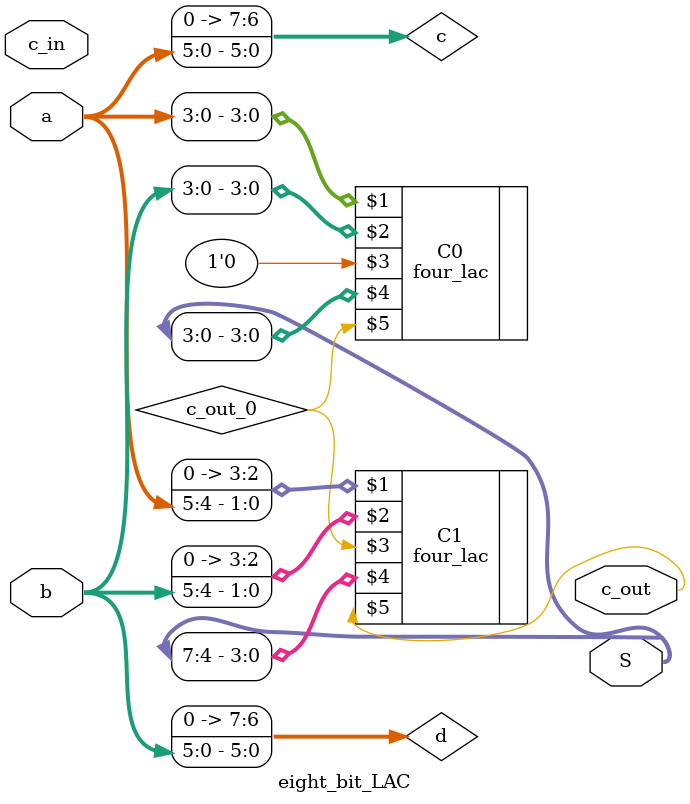
<source format=v>
`timescale 1ns / 1ps
module eight_bit_LAC(a,b,c_in,S,c_out);
input [5:0] a,b;
input c_in;
output [7:0] S;
output c_out;
wire c_out_0;
wire [7:0] c,d;
assign c[5:0] = a[5:0];
assign d[5:0] = b[5:0];
assign c[7:6] = 2'b00;
assign d[7:6] = 2'b00;
four_lac C0(c[3:0],d[3:0],1'b0,S[3:0],c_out_0);
four_lac C1(c[7:4],d[7:4],c_out_0,S[7:4],c_out);
endmodule


</source>
